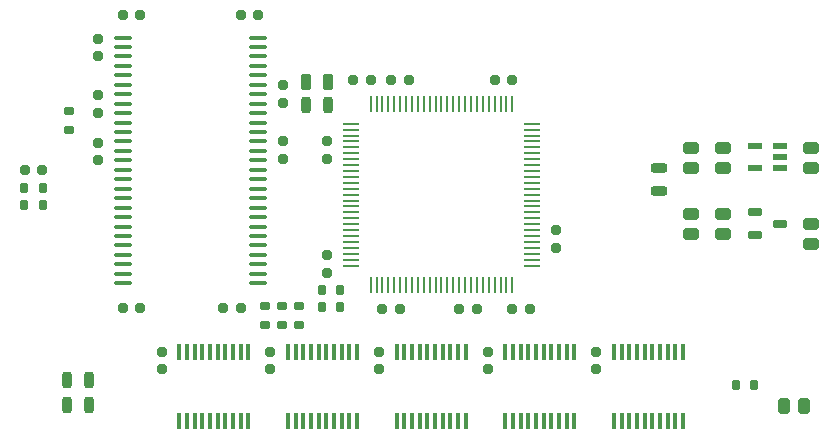
<source format=gtp>
G04 #@! TF.GenerationSoftware,KiCad,Pcbnew,7.0.1-0*
G04 #@! TF.CreationDate,2023-10-30T17:31:41-04:00*
G04 #@! TF.ProjectId,RAM2E,52414d32-452e-46b6-9963-61645f706362,2.1*
G04 #@! TF.SameCoordinates,Original*
G04 #@! TF.FileFunction,Paste,Top*
G04 #@! TF.FilePolarity,Positive*
%FSLAX46Y46*%
G04 Gerber Fmt 4.6, Leading zero omitted, Abs format (unit mm)*
G04 Created by KiCad (PCBNEW 7.0.1-0) date 2023-10-30 17:31:41*
%MOMM*%
%LPD*%
G01*
G04 APERTURE LIST*
G04 Aperture macros list*
%AMRoundRect*
0 Rectangle with rounded corners*
0 $1 Rounding radius*
0 $2 $3 $4 $5 $6 $7 $8 $9 X,Y pos of 4 corners*
0 Add a 4 corners polygon primitive as box body*
4,1,4,$2,$3,$4,$5,$6,$7,$8,$9,$2,$3,0*
0 Add four circle primitives for the rounded corners*
1,1,$1+$1,$2,$3*
1,1,$1+$1,$4,$5*
1,1,$1+$1,$6,$7*
1,1,$1+$1,$8,$9*
0 Add four rect primitives between the rounded corners*
20,1,$1+$1,$2,$3,$4,$5,0*
20,1,$1+$1,$4,$5,$6,$7,0*
20,1,$1+$1,$6,$7,$8,$9,0*
20,1,$1+$1,$8,$9,$2,$3,0*%
G04 Aperture macros list end*
%ADD10RoundRect,0.072500X0.112500X-0.612500X0.112500X0.612500X-0.112500X0.612500X-0.112500X-0.612500X0*%
%ADD11RoundRect,0.172500X-0.262500X0.212500X-0.262500X-0.212500X0.262500X-0.212500X0.262500X0.212500X0*%
%ADD12RoundRect,0.172500X0.262500X-0.212500X0.262500X0.212500X-0.262500X0.212500X-0.262500X-0.212500X0*%
%ADD13RoundRect,0.084500X-0.640500X-0.114500X0.640500X-0.114500X0.640500X0.114500X-0.640500X0.114500X0*%
%ADD14RoundRect,0.237500X0.262500X0.437500X-0.262500X0.437500X-0.262500X-0.437500X0.262500X-0.437500X0*%
%ADD15RoundRect,0.237500X-0.437500X0.262500X-0.437500X-0.262500X0.437500X-0.262500X0.437500X0.262500X0*%
%ADD16RoundRect,0.172500X-0.212500X-0.262500X0.212500X-0.262500X0.212500X0.262500X-0.212500X0.262500X0*%
%ADD17RoundRect,0.187500X-0.212500X-0.487500X0.212500X-0.487500X0.212500X0.487500X-0.212500X0.487500X0*%
%ADD18RoundRect,0.237500X0.437500X-0.262500X0.437500X0.262500X-0.437500X0.262500X-0.437500X-0.262500X0*%
%ADD19RoundRect,0.150000X-0.475000X-0.200000X0.475000X-0.200000X0.475000X0.200000X-0.475000X0.200000X0*%
%ADD20RoundRect,0.187500X0.487500X-0.212500X0.487500X0.212500X-0.487500X0.212500X-0.487500X-0.212500X0*%
%ADD21RoundRect,0.125000X-0.175000X-0.300000X0.175000X-0.300000X0.175000X0.300000X-0.175000X0.300000X0*%
%ADD22RoundRect,0.172500X0.212500X0.262500X-0.212500X0.262500X-0.212500X-0.262500X0.212500X-0.262500X0*%
%ADD23RoundRect,0.205650X0.243750X0.456250X-0.243750X0.456250X-0.243750X-0.456250X0.243750X-0.456250X0*%
%ADD24RoundRect,0.125000X-0.300000X0.175000X-0.300000X-0.175000X0.300000X-0.175000X0.300000X0.175000X0*%
%ADD25RoundRect,0.040000X0.662500X0.075000X-0.662500X0.075000X-0.662500X-0.075000X0.662500X-0.075000X0*%
%ADD26RoundRect,0.040000X0.075000X0.662500X-0.075000X0.662500X-0.075000X-0.662500X0.075000X-0.662500X0*%
%ADD27RoundRect,0.125000X0.175000X0.300000X-0.175000X0.300000X-0.175000X-0.300000X0.175000X-0.300000X0*%
%ADD28RoundRect,0.125000X0.300000X-0.175000X0.300000X0.175000X-0.300000X0.175000X-0.300000X-0.175000X0*%
%ADD29RoundRect,0.112500X0.512500X0.162500X-0.512500X0.162500X-0.512500X-0.162500X0.512500X-0.162500X0*%
G04 APERTURE END LIST*
D10*
X236250000Y-127550000D03*
X236900000Y-127550000D03*
X237550000Y-127550000D03*
X238200000Y-127550000D03*
X238850000Y-127550000D03*
X239500000Y-127550000D03*
X240150000Y-127550000D03*
X240800000Y-127550000D03*
X241450000Y-127550000D03*
X242100000Y-127550000D03*
X242100000Y-121650000D03*
X241450000Y-121650000D03*
X240800000Y-121650000D03*
X240150000Y-121650000D03*
X239500000Y-121650000D03*
X238850000Y-121650000D03*
X238200000Y-121650000D03*
X237550000Y-121650000D03*
X236900000Y-121650000D03*
X236250000Y-121650000D03*
D11*
X234750000Y-121650000D03*
X234750000Y-123150000D03*
X253150000Y-121650000D03*
X253150000Y-123150000D03*
D10*
X254650000Y-127550000D03*
X255300000Y-127550000D03*
X255950000Y-127550000D03*
X256600000Y-127550000D03*
X257250000Y-127550000D03*
X257900000Y-127550000D03*
X258550000Y-127550000D03*
X259200000Y-127550000D03*
X259850000Y-127550000D03*
X260500000Y-127550000D03*
X260500000Y-121650000D03*
X259850000Y-121650000D03*
X259200000Y-121650000D03*
X258550000Y-121650000D03*
X257900000Y-121650000D03*
X257250000Y-121650000D03*
X256600000Y-121650000D03*
X255950000Y-121650000D03*
X255300000Y-121650000D03*
X254650000Y-121650000D03*
D11*
X243950000Y-121650000D03*
X243950000Y-123150000D03*
D10*
X217850000Y-127550000D03*
X218500000Y-127550000D03*
X219150000Y-127550000D03*
X219800000Y-127550000D03*
X220450000Y-127550000D03*
X221100000Y-127550000D03*
X221750000Y-127550000D03*
X222400000Y-127550000D03*
X223050000Y-127550000D03*
X223700000Y-127550000D03*
X223700000Y-121650000D03*
X223050000Y-121650000D03*
X222400000Y-121650000D03*
X221750000Y-121650000D03*
X221100000Y-121650000D03*
X220450000Y-121650000D03*
X219800000Y-121650000D03*
X219150000Y-121650000D03*
X218500000Y-121650000D03*
X217850000Y-121650000D03*
X245450000Y-127550000D03*
X246100000Y-127550000D03*
X246750000Y-127550000D03*
X247400000Y-127550000D03*
X248050000Y-127550000D03*
X248700000Y-127550000D03*
X249350000Y-127550000D03*
X250000000Y-127550000D03*
X250650000Y-127550000D03*
X251300000Y-127550000D03*
X251300000Y-121650000D03*
X250650000Y-121650000D03*
X250000000Y-121650000D03*
X249350000Y-121650000D03*
X248700000Y-121650000D03*
X248050000Y-121650000D03*
X247400000Y-121650000D03*
X246750000Y-121650000D03*
X246100000Y-121650000D03*
X245450000Y-121650000D03*
X227050000Y-127550000D03*
X227700000Y-127550000D03*
X228350000Y-127550000D03*
X229000000Y-127550000D03*
X229650000Y-127550000D03*
X230300000Y-127550000D03*
X230950000Y-127550000D03*
X231600000Y-127550000D03*
X232250000Y-127550000D03*
X232900000Y-127550000D03*
X232900000Y-121650000D03*
X232250000Y-121650000D03*
X231600000Y-121650000D03*
X230950000Y-121650000D03*
X230300000Y-121650000D03*
X229650000Y-121650000D03*
X229000000Y-121650000D03*
X228350000Y-121650000D03*
X227700000Y-121650000D03*
X227050000Y-121650000D03*
D11*
X225550000Y-121650000D03*
X225550000Y-123150000D03*
X226600000Y-103850000D03*
X226600000Y-105350000D03*
D12*
X211000000Y-101450000D03*
X211000000Y-99950000D03*
X211000000Y-96650000D03*
X211000000Y-95150000D03*
X211000000Y-105450000D03*
X211000000Y-103950000D03*
D11*
X226600000Y-99050000D03*
X226600000Y-100550000D03*
D13*
X213050000Y-95050000D03*
X213050000Y-95850000D03*
X213050000Y-96650000D03*
X213050000Y-97450000D03*
X213050000Y-98250000D03*
X213050000Y-99050000D03*
X213050000Y-99850000D03*
X213050000Y-100650000D03*
X213050000Y-101450000D03*
X213050000Y-102250000D03*
X213050000Y-103050000D03*
X213050000Y-103850000D03*
X213050000Y-104650000D03*
X213050000Y-105450000D03*
X213050000Y-106250000D03*
X213050000Y-107050000D03*
X213050000Y-107850000D03*
X213050000Y-108650000D03*
X213050000Y-109450000D03*
X213050000Y-110250000D03*
X213050000Y-111050000D03*
X213050000Y-111850000D03*
X213050000Y-112650000D03*
X213050000Y-113450000D03*
X213050000Y-114250000D03*
X213050000Y-115050000D03*
X213050000Y-115850000D03*
X224550000Y-115850000D03*
X224550000Y-115050000D03*
X224550000Y-114250000D03*
X224550000Y-113450000D03*
X224550000Y-112650000D03*
X224550000Y-111850000D03*
X224550000Y-111050000D03*
X224550000Y-110250000D03*
X224550000Y-109450000D03*
X224550000Y-108650000D03*
X224550000Y-107850000D03*
X224550000Y-107050000D03*
X224550000Y-106250000D03*
X224550000Y-105450000D03*
X224550000Y-104650000D03*
X224550000Y-103850000D03*
X224550000Y-103050000D03*
X224550000Y-102250000D03*
X224550000Y-101450000D03*
X224550000Y-100650000D03*
X224550000Y-99850000D03*
X224550000Y-99050000D03*
X224550000Y-98250000D03*
X224550000Y-97450000D03*
X224550000Y-96650000D03*
X224550000Y-95850000D03*
X224550000Y-95050000D03*
D14*
X270725000Y-126238000D03*
X269025000Y-126238000D03*
D15*
X271350000Y-110800000D03*
X271350000Y-112500000D03*
D16*
X223050000Y-93150000D03*
X224550000Y-93150000D03*
D17*
X208346000Y-126174500D03*
X210246000Y-126174500D03*
X208346000Y-124015500D03*
X210246000Y-124015500D03*
D18*
X263900000Y-111650000D03*
X263900000Y-109950000D03*
D19*
X266600000Y-109850000D03*
X266600000Y-111750000D03*
X268700000Y-110800000D03*
D18*
X261200000Y-111650000D03*
X261200000Y-109950000D03*
D16*
X213050000Y-93150000D03*
X214550000Y-93150000D03*
D11*
X216350000Y-121650000D03*
X216350000Y-123150000D03*
D16*
X213050000Y-117950000D03*
X214550000Y-117950000D03*
D18*
X263900000Y-106100000D03*
X263900000Y-104400000D03*
X261200000Y-106100000D03*
X261200000Y-104400000D03*
D20*
X258500000Y-108000000D03*
X258500000Y-106100000D03*
D16*
X221550000Y-117950000D03*
X223050000Y-117950000D03*
D21*
X264950000Y-124500000D03*
X266550000Y-124500000D03*
D16*
X246050000Y-118050000D03*
X247550000Y-118050000D03*
D22*
X234050000Y-98650000D03*
X232550000Y-98650000D03*
D17*
X228550000Y-100800000D03*
X230450000Y-100800000D03*
D23*
X230437500Y-98850000D03*
X228562500Y-98850000D03*
D24*
X226550000Y-117750000D03*
X226550000Y-119350000D03*
X228000000Y-117750000D03*
X228000000Y-119350000D03*
X225100000Y-117750000D03*
X225100000Y-119350000D03*
D25*
X247712500Y-114350000D03*
X247712500Y-113850000D03*
X247712500Y-113350000D03*
X247712500Y-112850000D03*
X247712500Y-112350000D03*
X247712500Y-111850000D03*
X247712500Y-111350000D03*
X247712500Y-110850000D03*
X247712500Y-110350000D03*
X247712500Y-109850000D03*
X247712500Y-109350000D03*
X247712500Y-108850000D03*
X247712500Y-108350000D03*
X247712500Y-107850000D03*
X247712500Y-107350000D03*
X247712500Y-106850000D03*
X247712500Y-106350000D03*
X247712500Y-105850000D03*
X247712500Y-105350000D03*
X247712500Y-104850000D03*
X247712500Y-104350000D03*
X247712500Y-103850000D03*
X247712500Y-103350000D03*
X247712500Y-102850000D03*
X247712500Y-102350000D03*
D26*
X246050000Y-100687500D03*
X245550000Y-100687500D03*
X245050000Y-100687500D03*
X244550000Y-100687500D03*
X244050000Y-100687500D03*
X243550000Y-100687500D03*
X243050000Y-100687500D03*
X242550000Y-100687500D03*
X242050000Y-100687500D03*
X241550000Y-100687500D03*
X241050000Y-100687500D03*
X240550000Y-100687500D03*
X240050000Y-100687500D03*
X239550000Y-100687500D03*
X239050000Y-100687500D03*
X238550000Y-100687500D03*
X238050000Y-100687500D03*
X237550000Y-100687500D03*
X237050000Y-100687500D03*
X236550000Y-100687500D03*
X236050000Y-100687500D03*
X235550000Y-100687500D03*
X235050000Y-100687500D03*
X234550000Y-100687500D03*
X234050000Y-100687500D03*
D25*
X232387500Y-102350000D03*
X232387500Y-102850000D03*
X232387500Y-103350000D03*
X232387500Y-103850000D03*
X232387500Y-104350000D03*
X232387500Y-104850000D03*
X232387500Y-105350000D03*
X232387500Y-105850000D03*
X232387500Y-106350000D03*
X232387500Y-106850000D03*
X232387500Y-107350000D03*
X232387500Y-107850000D03*
X232387500Y-108350000D03*
X232387500Y-108850000D03*
X232387500Y-109350000D03*
X232387500Y-109850000D03*
X232387500Y-110350000D03*
X232387500Y-110850000D03*
X232387500Y-111350000D03*
X232387500Y-111850000D03*
X232387500Y-112350000D03*
X232387500Y-112850000D03*
X232387500Y-113350000D03*
X232387500Y-113850000D03*
X232387500Y-114350000D03*
D26*
X234050000Y-116012500D03*
X234550000Y-116012500D03*
X235050000Y-116012500D03*
X235550000Y-116012500D03*
X236050000Y-116012500D03*
X236550000Y-116012500D03*
X237050000Y-116012500D03*
X237550000Y-116012500D03*
X238050000Y-116012500D03*
X238550000Y-116012500D03*
X239050000Y-116012500D03*
X239550000Y-116012500D03*
X240050000Y-116012500D03*
X240550000Y-116012500D03*
X241050000Y-116012500D03*
X241550000Y-116012500D03*
X242050000Y-116012500D03*
X242550000Y-116012500D03*
X243050000Y-116012500D03*
X243550000Y-116012500D03*
X244050000Y-116012500D03*
X244550000Y-116012500D03*
X245050000Y-116012500D03*
X245550000Y-116012500D03*
X246050000Y-116012500D03*
D22*
X206250000Y-106300000D03*
X204750000Y-106300000D03*
D27*
X206300000Y-107750000D03*
X204700000Y-107750000D03*
X206300000Y-109200000D03*
X204700000Y-109200000D03*
D16*
X235800000Y-98650000D03*
X237300000Y-98650000D03*
D11*
X230350000Y-103850000D03*
X230350000Y-105350000D03*
X230350000Y-113450000D03*
X230350000Y-114950000D03*
D22*
X236550000Y-118050000D03*
X235050000Y-118050000D03*
X243050000Y-118050000D03*
X241550000Y-118050000D03*
D12*
X249750000Y-112850000D03*
X249750000Y-111350000D03*
D22*
X246050000Y-98650000D03*
X244550000Y-98650000D03*
D21*
X229900000Y-117850000D03*
X231500000Y-117850000D03*
X229900000Y-116400000D03*
X231500000Y-116400000D03*
D28*
X208550000Y-102900000D03*
X208550000Y-101300000D03*
D29*
X268700000Y-106100000D03*
X268700000Y-105150000D03*
X268700000Y-104200000D03*
X266600000Y-104200000D03*
X266600000Y-106100000D03*
D18*
X271350000Y-106100000D03*
X271350000Y-104400000D03*
M02*

</source>
